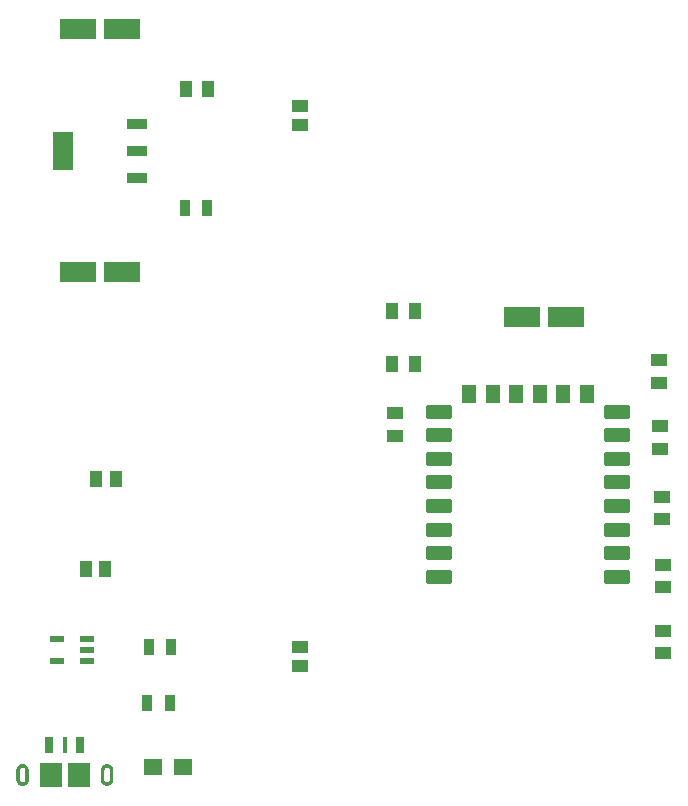
<source format=gtp>
G04*
G04 #@! TF.GenerationSoftware,Altium Limited,Altium Designer,23.4.1 (23)*
G04*
G04 Layer_Color=8421504*
%FSLAX44Y44*%
%MOMM*%
G71*
G04*
G04 #@! TF.SameCoordinates,F2A16652-085B-4F69-B410-D4E0E0FCB8A4*
G04*
G04*
G04 #@! TF.FilePolarity,Positive*
G04*
G01*
G75*
%ADD15R,3.0500X1.8000*%
%ADD16R,1.4700X1.0200*%
G04:AMPARAMS|DCode=17|XSize=2.2mm|YSize=1.2mm|CornerRadius=0.12mm|HoleSize=0mm|Usage=FLASHONLY|Rotation=180.000|XOffset=0mm|YOffset=0mm|HoleType=Round|Shape=RoundedRectangle|*
%AMROUNDEDRECTD17*
21,1,2.2000,0.9600,0,0,180.0*
21,1,1.9600,1.2000,0,0,180.0*
1,1,0.2400,-0.9800,0.4800*
1,1,0.2400,0.9800,0.4800*
1,1,0.2400,0.9800,-0.4800*
1,1,0.2400,-0.9800,-0.4800*
%
%ADD17ROUNDEDRECTD17*%
G04:AMPARAMS|DCode=18|XSize=1.6mm|YSize=1.2mm|CornerRadius=0.12mm|HoleSize=0mm|Usage=FLASHONLY|Rotation=270.000|XOffset=0mm|YOffset=0mm|HoleType=Round|Shape=RoundedRectangle|*
%AMROUNDEDRECTD18*
21,1,1.6000,0.9600,0,0,270.0*
21,1,1.3600,1.2000,0,0,270.0*
1,1,0.2400,-0.4800,-0.6800*
1,1,0.2400,-0.4800,0.6800*
1,1,0.2400,0.4800,0.6800*
1,1,0.2400,0.4800,-0.6800*
%
%ADD18ROUNDEDRECTD18*%
%ADD19R,1.4500X1.0000*%
%ADD20R,1.0000X1.4500*%
%ADD21R,1.2700X0.5588*%
%ADD22R,0.7000X1.4000*%
%ADD23R,0.4000X1.4000*%
%ADD24R,1.9000X2.0000*%
%ADD25R,0.9900X1.4700*%
%ADD26R,0.9000X1.4500*%
%ADD27R,1.5500X1.4500*%
%ADD28R,1.0500X1.4000*%
%ADD29R,1.7500X0.9500*%
%ADD30R,1.7500X3.2000*%
G36*
X42140Y24380D02*
X42420Y24360D01*
X42690Y24330D01*
X42960Y24280D01*
X43230Y24210D01*
X43490Y24130D01*
X43750Y24040D01*
X44010Y23940D01*
X44250Y23820D01*
X44490Y23690D01*
X44730Y23540D01*
X44960Y23390D01*
X45170Y23220D01*
X45380Y23040D01*
X45580Y22850D01*
X45770Y22650D01*
X45950Y22440D01*
X46120Y22230D01*
X46270Y22000D01*
X46420Y21760D01*
X46550Y21520D01*
X46670Y21280D01*
X46770Y21020D01*
X46860Y20760D01*
X46940Y20500D01*
X47010Y20230D01*
X47060Y19960D01*
X47090Y19690D01*
X47110Y19410D01*
X47120Y19140D01*
Y15140D01*
Y11140D01*
X47110Y10870D01*
X47090Y10590D01*
X47060Y10320D01*
X47010Y10050D01*
X46940Y9780D01*
X46860Y9520D01*
X46770Y9260D01*
X46670Y9000D01*
X46550Y8760D01*
X46420Y8520D01*
X46270Y8280D01*
X46120Y8050D01*
X45950Y7840D01*
X45770Y7630D01*
X45580Y7430D01*
X45380Y7240D01*
X45170Y7060D01*
X44960Y6890D01*
X44730Y6740D01*
X44490Y6590D01*
X44250Y6460D01*
X44010Y6340D01*
X43750Y6240D01*
X43490Y6150D01*
X43230Y6070D01*
X42960Y6000D01*
X42690Y5950D01*
X42420Y5920D01*
X42140Y5900D01*
X41870Y5890D01*
X41600Y5900D01*
X41320Y5920D01*
X41050Y5950D01*
X40780Y6000D01*
X40510Y6070D01*
X40250Y6150D01*
X39990Y6240D01*
X39730Y6340D01*
X39490Y6460D01*
X39250Y6590D01*
X39010Y6740D01*
X38780Y6890D01*
X38570Y7060D01*
X38360Y7240D01*
X38160Y7430D01*
X37970Y7630D01*
X37790Y7840D01*
X37620Y8050D01*
X37470Y8280D01*
X37320Y8510D01*
X37190Y8760D01*
X37070Y9000D01*
X36970Y9260D01*
X36880Y9520D01*
X36800Y9780D01*
X36730Y10050D01*
X36680Y10320D01*
X36650Y10590D01*
X36630Y10870D01*
X36620Y11140D01*
Y15140D01*
Y19140D01*
X36630Y19410D01*
X36650Y19690D01*
X36680Y19960D01*
X36730Y20230D01*
X36800Y20500D01*
X36880Y20760D01*
X36970Y21020D01*
X37070Y21280D01*
X37190Y21520D01*
X37320Y21770D01*
X37470Y22000D01*
X37620Y22230D01*
X37790Y22440D01*
X37970Y22650D01*
X38160Y22850D01*
X38360Y23040D01*
X38570Y23220D01*
X38780Y23390D01*
X39010Y23540D01*
X39250Y23690D01*
X39490Y23820D01*
X39730Y23940D01*
X39990Y24040D01*
X40250Y24130D01*
X40510Y24210D01*
X40780Y24280D01*
X41050Y24330D01*
X41320Y24360D01*
X41600Y24380D01*
X41870Y24390D01*
X42140Y24380D01*
D02*
G37*
G36*
X113640D02*
X113920Y24360D01*
X114190Y24330D01*
X114460Y24280D01*
X114730Y24210D01*
X114990Y24130D01*
X115250Y24040D01*
X115510Y23940D01*
X115750Y23820D01*
X115990Y23690D01*
X116230Y23540D01*
X116460Y23390D01*
X116670Y23220D01*
X116880Y23040D01*
X117080Y22850D01*
X117270Y22650D01*
X117450Y22440D01*
X117620Y22230D01*
X117770Y22000D01*
X117920Y21770D01*
X118050Y21520D01*
X118170Y21280D01*
X118270Y21020D01*
X118360Y20760D01*
X118440Y20500D01*
X118510Y20230D01*
X118560Y19960D01*
X118590Y19690D01*
X118610Y19410D01*
X118620Y19140D01*
Y15140D01*
Y11140D01*
X118610Y10870D01*
X118590Y10590D01*
X118560Y10320D01*
X118510Y10050D01*
X118440Y9780D01*
X118360Y9520D01*
X118270Y9260D01*
X118170Y9000D01*
X118050Y8760D01*
X117920Y8510D01*
X117770Y8280D01*
X117620Y8050D01*
X117450Y7840D01*
X117270Y7630D01*
X117080Y7430D01*
X116880Y7240D01*
X116670Y7060D01*
X116460Y6890D01*
X116230Y6740D01*
X115990Y6590D01*
X115750Y6460D01*
X115510Y6340D01*
X115250Y6240D01*
X114990Y6150D01*
X114730Y6070D01*
X114460Y6000D01*
X114190Y5950D01*
X113920Y5920D01*
X113640Y5900D01*
X113370Y5890D01*
X113100Y5900D01*
X112820Y5920D01*
X112550Y5950D01*
X112280Y6000D01*
X112010Y6070D01*
X111750Y6150D01*
X111490Y6240D01*
X111230Y6340D01*
X110990Y6460D01*
X110750Y6590D01*
X110510Y6740D01*
X110280Y6890D01*
X110070Y7060D01*
X109860Y7240D01*
X109660Y7430D01*
X109470Y7630D01*
X109290Y7840D01*
X109120Y8050D01*
X108970Y8280D01*
X108820Y8520D01*
X108690Y8760D01*
X108570Y9000D01*
X108470Y9260D01*
X108380Y9520D01*
X108300Y9780D01*
X108230Y10050D01*
X108180Y10320D01*
X108150Y10590D01*
X108130Y10870D01*
X108120Y11140D01*
Y15140D01*
Y19140D01*
X108130Y19410D01*
X108150Y19690D01*
X108180Y19960D01*
X108230Y20230D01*
X108300Y20500D01*
X108380Y20760D01*
X108470Y21020D01*
X108570Y21280D01*
X108690Y21520D01*
X108820Y21760D01*
X108970Y22000D01*
X109120Y22230D01*
X109290Y22440D01*
X109470Y22650D01*
X109660Y22850D01*
X109860Y23040D01*
X110070Y23220D01*
X110280Y23390D01*
X110510Y23540D01*
X110750Y23690D01*
X110990Y23820D01*
X111230Y23940D01*
X111490Y24040D01*
X111750Y24130D01*
X112010Y24210D01*
X112280Y24280D01*
X112550Y24330D01*
X112820Y24360D01*
X113100Y24380D01*
X113370Y24390D01*
X113640Y24380D01*
D02*
G37*
%LPC*%
G36*
X41990Y21390D02*
X41750D01*
X41630Y21380D01*
X41520Y21360D01*
X41400Y21340D01*
X41290Y21310D01*
X41170Y21280D01*
X41060Y21240D01*
X40950Y21200D01*
X40850Y21140D01*
X40740Y21090D01*
X40640Y21030D01*
X40550Y20960D01*
X40450Y20890D01*
X40360Y20810D01*
X40280Y20730D01*
X40200Y20650D01*
X40120Y20560D01*
X40050Y20460D01*
X39980Y20370D01*
X39920Y20270D01*
X39870Y20160D01*
X39810Y20060D01*
X39770Y19950D01*
X39730Y19840D01*
X39700Y19720D01*
X39670Y19610D01*
X39650Y19490D01*
X39630Y19380D01*
X39620Y19260D01*
Y19140D01*
Y15140D01*
Y11140D01*
Y11020D01*
X39630Y10900D01*
X39650Y10790D01*
X39670Y10670D01*
X39700Y10560D01*
X39730Y10440D01*
X39770Y10330D01*
X39810Y10220D01*
X39870Y10120D01*
X39920Y10010D01*
X39980Y9910D01*
X40050Y9820D01*
X40120Y9720D01*
X40200Y9630D01*
X40280Y9550D01*
X40360Y9470D01*
X40450Y9390D01*
X40550Y9320D01*
X40640Y9250D01*
X40740Y9190D01*
X40850Y9140D01*
X40950Y9080D01*
X41060Y9040D01*
X41170Y9000D01*
X41290Y8970D01*
X41400Y8940D01*
X41520Y8920D01*
X41630Y8900D01*
X41750Y8890D01*
X41990D01*
X42110Y8900D01*
X42220Y8920D01*
X42340Y8940D01*
X42450Y8970D01*
X42570Y9000D01*
X42680Y9040D01*
X42790Y9080D01*
X42890Y9140D01*
X42990Y9190D01*
X43100Y9250D01*
X43190Y9320D01*
X43290Y9390D01*
X43380Y9470D01*
X43460Y9550D01*
X43540Y9630D01*
X43620Y9720D01*
X43690Y9820D01*
X43760Y9910D01*
X43820Y10020D01*
X43870Y10120D01*
X43930Y10220D01*
X43970Y10330D01*
X44010Y10440D01*
X44040Y10560D01*
X44070Y10670D01*
X44090Y10790D01*
X44110Y10900D01*
X44120Y11020D01*
Y11140D01*
Y15140D01*
Y19140D01*
Y19260D01*
X44110Y19380D01*
X44090Y19490D01*
X44070Y19610D01*
X44040Y19720D01*
X44010Y19840D01*
X43970Y19950D01*
X43930Y20060D01*
X43870Y20160D01*
X43820Y20260D01*
X43760Y20370D01*
X43690Y20460D01*
X43620Y20560D01*
X43540Y20650D01*
X43460Y20730D01*
X43380Y20810D01*
X43290Y20890D01*
X43190Y20960D01*
X43100Y21030D01*
X42990Y21090D01*
X42890Y21140D01*
X42790Y21200D01*
X42680Y21240D01*
X42570Y21280D01*
X42450Y21310D01*
X42340Y21340D01*
X42220Y21360D01*
X42110Y21380D01*
X41990Y21390D01*
D02*
G37*
G36*
X113490D02*
X113250D01*
X113130Y21380D01*
X113020Y21360D01*
X112900Y21340D01*
X112790Y21310D01*
X112670Y21280D01*
X112560Y21240D01*
X112450Y21200D01*
X112350Y21140D01*
X112250Y21090D01*
X112140Y21030D01*
X112050Y20960D01*
X111950Y20890D01*
X111860Y20810D01*
X111780Y20730D01*
X111700Y20650D01*
X111620Y20560D01*
X111550Y20460D01*
X111480Y20370D01*
X111420Y20260D01*
X111370Y20160D01*
X111310Y20060D01*
X111270Y19950D01*
X111230Y19840D01*
X111200Y19720D01*
X111170Y19610D01*
X111150Y19490D01*
X111130Y19380D01*
X111120Y19260D01*
Y19140D01*
Y15140D01*
Y11140D01*
Y11020D01*
X111130Y10900D01*
X111150Y10790D01*
X111170Y10670D01*
X111200Y10560D01*
X111230Y10440D01*
X111270Y10330D01*
X111310Y10220D01*
X111370Y10120D01*
X111420Y10020D01*
X111480Y9910D01*
X111550Y9820D01*
X111620Y9720D01*
X111700Y9630D01*
X111780Y9550D01*
X111860Y9470D01*
X111950Y9390D01*
X112050Y9320D01*
X112140Y9250D01*
X112250Y9190D01*
X112350Y9140D01*
X112450Y9080D01*
X112560Y9040D01*
X112670Y9000D01*
X112790Y8970D01*
X112900Y8940D01*
X113020Y8920D01*
X113130Y8900D01*
X113250Y8890D01*
X113490D01*
X113610Y8900D01*
X113720Y8920D01*
X113840Y8940D01*
X113950Y8970D01*
X114070Y9000D01*
X114180Y9040D01*
X114290Y9080D01*
X114390Y9140D01*
X114500Y9190D01*
X114600Y9250D01*
X114690Y9320D01*
X114790Y9390D01*
X114880Y9470D01*
X114960Y9550D01*
X115040Y9630D01*
X115120Y9720D01*
X115190Y9820D01*
X115260Y9910D01*
X115320Y10010D01*
X115370Y10120D01*
X115430Y10220D01*
X115470Y10330D01*
X115510Y10440D01*
X115540Y10560D01*
X115570Y10670D01*
X115590Y10790D01*
X115610Y10900D01*
X115620Y11020D01*
Y11140D01*
Y15140D01*
Y19140D01*
Y19260D01*
X115610Y19380D01*
X115590Y19490D01*
X115570Y19610D01*
X115540Y19720D01*
X115510Y19840D01*
X115470Y19950D01*
X115430Y20060D01*
X115370Y20160D01*
X115320Y20270D01*
X115260Y20370D01*
X115190Y20460D01*
X115120Y20560D01*
X115040Y20650D01*
X114960Y20730D01*
X114880Y20810D01*
X114790Y20890D01*
X114690Y20960D01*
X114600Y21030D01*
X114500Y21090D01*
X114390Y21140D01*
X114290Y21200D01*
X114180Y21240D01*
X114070Y21280D01*
X113950Y21310D01*
X113840Y21340D01*
X113720Y21360D01*
X113610Y21380D01*
X113490Y21390D01*
D02*
G37*
%LPD*%
D15*
X88870Y646430D02*
D03*
X125870D02*
D03*
X501820Y402590D02*
D03*
X464820D02*
D03*
X125870Y440690D02*
D03*
X88870D02*
D03*
D16*
X276860Y581660D02*
D03*
Y565660D02*
D03*
Y107190D02*
D03*
Y123190D02*
D03*
D17*
X394830Y302880D02*
D03*
X544830Y322880D02*
D03*
X394830Y182880D02*
D03*
Y202880D02*
D03*
Y222880D02*
D03*
Y242880D02*
D03*
Y262880D02*
D03*
Y282880D02*
D03*
Y322880D02*
D03*
X544830Y302880D02*
D03*
Y282880D02*
D03*
Y262880D02*
D03*
Y242880D02*
D03*
Y222880D02*
D03*
Y202880D02*
D03*
Y182880D02*
D03*
D18*
X499830Y337880D02*
D03*
X459830D02*
D03*
X439830D02*
D03*
X519830D02*
D03*
X479830D02*
D03*
X419830D02*
D03*
D19*
X357240Y321310D02*
D03*
Y302310D02*
D03*
X580390Y347370D02*
D03*
Y366370D02*
D03*
X581660Y291490D02*
D03*
Y310490D02*
D03*
X582930Y231800D02*
D03*
Y250800D02*
D03*
X584200Y193040D02*
D03*
Y174040D02*
D03*
Y118160D02*
D03*
Y137160D02*
D03*
D20*
X354990Y363220D02*
D03*
X373990D02*
D03*
X354990Y407670D02*
D03*
X373990D02*
D03*
D21*
X70866Y111252D02*
D03*
Y130048D02*
D03*
X96774D02*
D03*
Y120650D02*
D03*
Y111252D02*
D03*
D22*
X64620Y40640D02*
D03*
X90620D02*
D03*
D23*
X77620D02*
D03*
D24*
X65620Y15140D02*
D03*
X89620D02*
D03*
D25*
X111650Y189230D02*
D03*
X95250D02*
D03*
X104250Y265430D02*
D03*
X120650D02*
D03*
D26*
X147370Y76200D02*
D03*
X166370D02*
D03*
X167640Y123190D02*
D03*
X148640D02*
D03*
X198120Y495300D02*
D03*
X179120D02*
D03*
D27*
X178100Y21590D02*
D03*
X152100D02*
D03*
D28*
X198870Y595630D02*
D03*
X179870D02*
D03*
D29*
X138870Y520560D02*
D03*
Y543560D02*
D03*
Y566560D02*
D03*
D30*
X75870Y543560D02*
D03*
M02*

</source>
